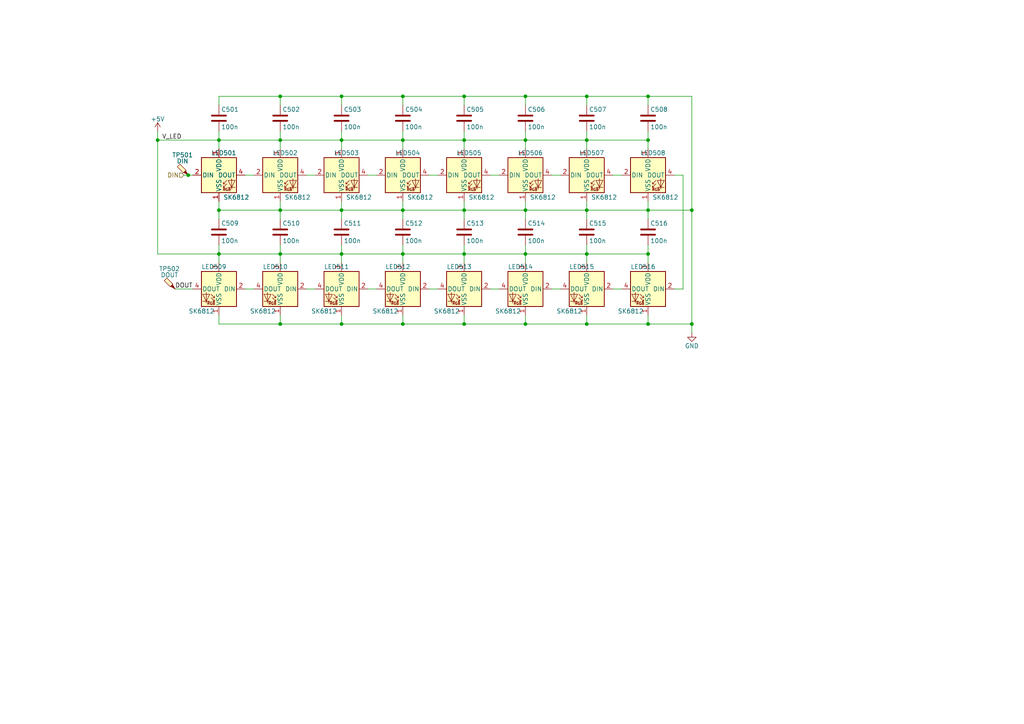
<source format=kicad_sch>
(kicad_sch (version 20211123) (generator eeschema)
  (paper "A4")
  (title_block (rev "2.1"))
  (lib_symbols
    (symbol "Connector:TestPoint_Probe" (pin_numbers hide) (pin_names (offset 0.762) hide)
      (property "Reference" "TP" (at 1.651 5.842 0))
      (property "Value" "TestPoint_Probe" (at 1.651 4.064 0))
      (symbol "TestPoint_Probe_0_1"
        (polyline (pts (xy 1.27 0.762) (xy 0 0) (xy 0.762 1.27) (xy 1.27 0.762)) (fill (type outline)))
        (polyline (pts (xy 1.397 0.635) (xy 0.635 1.397) (xy 2.413 3.175) (xy 3.175 2.413) (xy 1.397 0.635)) (fill (type background)))
      )
      (symbol "TestPoint_Probe_1_1"
        (pin passive line (at 0 0 90) (length 0) (name "1") (number "1"))
      )
    )
    (symbol "Device:C" (pin_numbers hide) (pin_names (offset 0.254))
      (property "Reference" "C" (at 0.635 2.54 0))
      (property "Value" "C" (at 0.635 -2.54 0))
      (symbol "C_0_1"
        (polyline (pts (xy -2.032 -0.762) (xy 2.032 -0.762)) (stroke (width 0.508)))
        (polyline (pts (xy -2.032 0.762) (xy 2.032 0.762)) (stroke (width 0.508)))
      )
      (symbol "C_1_1"
        (pin passive line (at 0 3.81 270) (length 2.794) (name "~") (number "1"))
        (pin passive line (at 0 -3.81 90) (length 2.794) (name "~") (number "2"))
      )
    )
    (symbol "LED:SK6812" (pin_names (offset 0.254))
      (property "Reference" "D" (at 5.08 5.715 0))
      (property "Value" "SK6812" (at 1.27 -5.715 0))
      (symbol "SK6812_0_0"
        (text "RGB" (at 2.286 -4.191 0) (effects (font (size 0.762 0.762))))
      )
      (symbol "SK6812_0_1"
        (polyline (pts (xy 1.27 -3.556) (xy 1.778 -3.556)))
        (polyline (pts (xy 1.27 -2.54) (xy 1.778 -2.54)))
        (polyline (pts (xy 4.699 -3.556) (xy 2.667 -3.556)))
        (polyline (pts (xy 2.286 -2.54) (xy 1.27 -3.556) (xy 1.27 -3.048)))
        (polyline (pts (xy 2.286 -1.524) (xy 1.27 -2.54) (xy 1.27 -2.032)))
        (polyline (pts (xy 3.683 -1.016) (xy 3.683 -3.556) (xy 3.683 -4.064)))
        (polyline (pts (xy 4.699 -1.524) (xy 2.667 -1.524) (xy 3.683 -3.556) (xy 4.699 -1.524)))
        (rectangle (start 5.08 5.08) (end -5.08 -5.08) (stroke (width 0.254)) (fill (type background)))
      )
      (symbol "SK6812_1_1"
        (pin power_in line (at 0 -7.62 90) (length 2.54) (name "VSS") (number "1"))
        (pin input line (at -7.62 0 0) (length 2.54) (name "DIN") (number "2"))
        (pin power_in line (at 0 7.62 270) (length 2.54) (name "VDD") (number "3"))
        (pin output line (at 7.62 0 180) (length 2.54) (name "DOUT") (number "4"))
      )
    )
    (symbol "power:+5V" (power) (pin_names (offset 0))
      (property "Value" "+5V" (at 0 3.556 0))
      (symbol "+5V_0_1"
        (polyline (pts (xy -0.762 1.27) (xy 0 2.54)))
        (polyline (pts (xy 0 0) (xy 0 2.54)))
        (polyline (pts (xy 0 2.54) (xy 0.762 1.27)))
      )
      (symbol "+5V_1_1"
        (pin power_in line (at 0 0 90) (length 0) hide (name "+5V") (number "1"))
      )
    )
    (symbol "power:GND" (power) (pin_names (offset 0))
      (property "Value" "GND" (at 0 -3.81 0))
      (symbol "GND_0_1"
        (polyline (pts (xy 0 0) (xy 0 -1.27) (xy 1.27 -1.27) (xy 0 -2.54) (xy -1.27 -1.27) (xy 0 -1.27)))
      )
      (symbol "GND_1_1"
        (pin power_in line (at 0 0 270) (length 0) hide (name "GND") (number "1"))
      )
    )
  )
  (junction (at 116.84 73.66))
  (junction (at 152.4 40.64))
  (junction (at 170.18 40.64))
  (junction (at 152.4 93.98))
  (junction (at 152.4 73.66))
  (junction (at 81.28 40.64))
  (junction (at 99.06 40.64))
  (junction (at 170.18 73.66))
  (junction (at 170.18 93.98))
  (junction (at 81.28 93.98))
  (junction (at 134.62 27.94))
  (junction (at 116.84 60.96))
  (junction (at 99.06 93.98))
  (junction (at 99.06 60.96))
  (junction (at 99.06 73.66))
  (junction (at 63.5 40.64))
  (junction (at 134.62 93.98))
  (junction (at 81.28 60.96))
  (junction (at 81.28 27.94))
  (junction (at 81.28 73.66))
  (junction (at 187.96 60.96))
  (junction (at 63.5 60.96))
  (junction (at 200.66 93.98))
  (junction (at 187.96 27.94))
  (junction (at 54.61 50.8))
  (junction (at 45.72 40.64))
  (junction (at 152.4 27.94))
  (junction (at 116.84 40.64))
  (junction (at 152.4 60.96))
  (junction (at 187.96 73.66))
  (junction (at 134.62 73.66))
  (junction (at 187.96 93.98))
  (junction (at 187.96 40.64))
  (junction (at 134.62 60.96))
  (junction (at 200.66 60.96))
  (junction (at 116.84 27.94))
  (junction (at 134.62 40.64))
  (junction (at 99.06 27.94))
  (junction (at 170.18 27.94))
  (junction (at 116.84 93.98))
  (junction (at 63.5 73.66))
  (junction (at 170.18 60.96))
  (wire (pts (xy 81.28 38.1) (xy 81.28 40.64)))
  (wire (pts (xy 134.62 40.64) (xy 152.4 40.64)))
  (wire (pts (xy 170.18 71.12) (xy 170.18 73.66)))
  (wire (pts (xy 134.62 91.44) (xy 134.62 93.98)))
  (wire (pts (xy 152.4 73.66) (xy 134.62 73.66)))
  (wire (pts (xy 187.96 93.98) (xy 170.18 93.98)))
  (wire (pts (xy 134.62 58.42) (xy 134.62 60.96)))
  (wire (pts (xy 187.96 40.64) (xy 187.96 43.18)))
  (wire (pts (xy 63.5 27.94) (xy 81.28 27.94)))
  (wire (pts (xy 152.4 38.1) (xy 152.4 40.64)))
  (wire (pts (xy 45.72 40.64) (xy 63.5 40.64)))
  (wire (pts (xy 134.62 71.12) (xy 134.62 73.66)))
  (wire (pts (xy 187.96 58.42) (xy 187.96 60.96)))
  (wire (pts (xy 91.44 83.82) (xy 88.9 83.82)))
  (wire (pts (xy 88.9 50.8) (xy 91.44 50.8)))
  (wire (pts (xy 170.18 93.98) (xy 152.4 93.98)))
  (wire (pts (xy 81.28 73.66) (xy 81.28 76.2)))
  (wire (pts (xy 170.18 73.66) (xy 170.18 76.2)))
  (wire (pts (xy 170.18 38.1) (xy 170.18 40.64)))
  (wire (pts (xy 81.28 27.94) (xy 99.06 27.94)))
  (wire (pts (xy 116.84 93.98) (xy 134.62 93.98)))
  (wire (pts (xy 116.84 93.98) (xy 99.06 93.98)))
  (wire (pts (xy 81.28 93.98) (xy 63.5 93.98)))
  (wire (pts (xy 116.84 27.94) (xy 134.62 27.94)))
  (wire (pts (xy 187.96 71.12) (xy 187.96 73.66)))
  (wire (pts (xy 162.56 83.82) (xy 160.02 83.82)))
  (wire (pts (xy 134.62 40.64) (xy 134.62 43.18)))
  (wire (pts (xy 116.84 73.66) (xy 99.06 73.66)))
  (wire (pts (xy 187.96 91.44) (xy 187.96 93.98)))
  (wire (pts (xy 152.4 91.44) (xy 152.4 93.98)))
  (wire (pts (xy 200.66 27.94) (xy 200.66 60.96)))
  (wire (pts (xy 134.62 30.48) (xy 134.62 27.94)))
  (wire (pts (xy 187.96 27.94) (xy 200.66 27.94)))
  (wire (pts (xy 99.06 40.64) (xy 116.84 40.64)))
  (wire (pts (xy 116.84 40.64) (xy 134.62 40.64)))
  (wire (pts (xy 124.46 50.8) (xy 127 50.8)))
  (wire (pts (xy 99.06 58.42) (xy 99.06 60.96)))
  (wire (pts (xy 170.18 91.44) (xy 170.18 93.98)))
  (wire (pts (xy 81.28 91.44) (xy 81.28 93.98)))
  (wire (pts (xy 81.28 73.66) (xy 63.5 73.66)))
  (wire (pts (xy 180.34 83.82) (xy 177.8 83.82)))
  (wire (pts (xy 152.4 27.94) (xy 152.4 30.48)))
  (wire (pts (xy 170.18 27.94) (xy 187.96 27.94)))
  (wire (pts (xy 81.28 40.64) (xy 99.06 40.64)))
  (wire (pts (xy 177.8 50.8) (xy 180.34 50.8)))
  (wire (pts (xy 200.66 60.96) (xy 200.66 93.98)))
  (wire (pts (xy 99.06 27.94) (xy 99.06 30.48)))
  (wire (pts (xy 63.5 73.66) (xy 45.72 73.66)))
  (wire (pts (xy 134.62 60.96) (xy 152.4 60.96)))
  (wire (pts (xy 198.12 50.8) (xy 198.12 83.82)))
  (wire (pts (xy 116.84 73.66) (xy 134.62 73.66)))
  (wire (pts (xy 50.8 83.82) (xy 55.88 83.82)))
  (wire (pts (xy 134.62 38.1) (xy 134.62 40.64)))
  (wire (pts (xy 99.06 93.98) (xy 81.28 93.98)))
  (wire (pts (xy 63.5 38.1) (xy 63.5 40.64)))
  (wire (pts (xy 152.4 71.12) (xy 152.4 73.66)))
  (wire (pts (xy 187.96 60.96) (xy 187.96 63.5)))
  (wire (pts (xy 63.5 71.12) (xy 63.5 73.66)))
  (wire (pts (xy 71.12 50.8) (xy 73.66 50.8)))
  (wire (pts (xy 73.66 83.82) (xy 71.12 83.82)))
  (wire (pts (xy 187.96 73.66) (xy 187.96 76.2)))
  (wire (pts (xy 170.18 27.94) (xy 170.18 30.48)))
  (wire (pts (xy 170.18 40.64) (xy 170.18 43.18)))
  (wire (pts (xy 200.66 93.98) (xy 200.66 96.52)))
  (wire (pts (xy 106.68 50.8) (xy 109.22 50.8)))
  (wire (pts (xy 116.84 60.96) (xy 116.84 58.42)))
  (wire (pts (xy 81.28 27.94) (xy 81.28 30.48)))
  (wire (pts (xy 116.84 60.96) (xy 134.62 60.96)))
  (wire (pts (xy 152.4 40.64) (xy 152.4 43.18)))
  (wire (pts (xy 63.5 30.48) (xy 63.5 27.94)))
  (wire (pts (xy 134.62 27.94) (xy 152.4 27.94)))
  (wire (pts (xy 45.72 73.66) (xy 45.72 40.64)))
  (wire (pts (xy 198.12 50.8) (xy 195.58 50.8)))
  (wire (pts (xy 116.84 27.94) (xy 116.84 30.48)))
  (wire (pts (xy 187.96 38.1) (xy 187.96 40.64)))
  (wire (pts (xy 81.28 40.64) (xy 81.28 43.18)))
  (wire (pts (xy 170.18 73.66) (xy 152.4 73.66)))
  (wire (pts (xy 99.06 38.1) (xy 99.06 40.64)))
  (wire (pts (xy 116.84 38.1) (xy 116.84 40.64)))
  (wire (pts (xy 170.18 60.96) (xy 187.96 60.96)))
  (wire (pts (xy 63.5 60.96) (xy 63.5 63.5)))
  (wire (pts (xy 81.28 60.96) (xy 81.28 63.5)))
  (wire (pts (xy 116.84 60.96) (xy 116.84 63.5)))
  (wire (pts (xy 160.02 50.8) (xy 162.56 50.8)))
  (wire (pts (xy 99.06 73.66) (xy 81.28 73.66)))
  (wire (pts (xy 81.28 60.96) (xy 99.06 60.96)))
  (wire (pts (xy 99.06 27.94) (xy 116.84 27.94)))
  (wire (pts (xy 45.72 38.1) (xy 45.72 40.64)))
  (wire (pts (xy 187.96 60.96) (xy 200.66 60.96)))
  (wire (pts (xy 170.18 40.64) (xy 187.96 40.64)))
  (wire (pts (xy 187.96 73.66) (xy 170.18 73.66)))
  (wire (pts (xy 152.4 93.98) (xy 134.62 93.98)))
  (wire (pts (xy 152.4 60.96) (xy 152.4 63.5)))
  (wire (pts (xy 116.84 91.44) (xy 116.84 93.98)))
  (wire (pts (xy 109.22 83.82) (xy 106.68 83.82)))
  (wire (pts (xy 81.28 58.42) (xy 81.28 60.96)))
  (wire (pts (xy 81.28 71.12) (xy 81.28 73.66)))
  (wire (pts (xy 127 83.82) (xy 124.46 83.82)))
  (wire (pts (xy 134.62 73.66) (xy 134.62 76.2)))
  (wire (pts (xy 63.5 60.96) (xy 81.28 60.96)))
  (wire (pts (xy 152.4 58.42) (xy 152.4 60.96)))
  (wire (pts (xy 152.4 73.66) (xy 152.4 76.2)))
  (wire (pts (xy 99.06 71.12) (xy 99.06 73.66)))
  (wire (pts (xy 63.5 91.44) (xy 63.5 93.98)))
  (wire (pts (xy 116.84 73.66) (xy 116.84 76.2)))
  (wire (pts (xy 116.84 71.12) (xy 116.84 73.66)))
  (wire (pts (xy 152.4 40.64) (xy 170.18 40.64)))
  (wire (pts (xy 152.4 60.96) (xy 170.18 60.96)))
  (wire (pts (xy 99.06 40.64) (xy 99.06 43.18)))
  (wire (pts (xy 63.5 58.42) (xy 63.5 60.96)))
  (wire (pts (xy 144.78 83.82) (xy 142.24 83.82)))
  (wire (pts (xy 200.66 93.98) (xy 187.96 93.98)))
  (wire (pts (xy 63.5 40.64) (xy 81.28 40.64)))
  (wire (pts (xy 54.61 50.8) (xy 55.88 50.8)))
  (wire (pts (xy 99.06 91.44) (xy 99.06 93.98)))
  (wire (pts (xy 63.5 40.64) (xy 63.5 43.18)))
  (wire (pts (xy 170.18 58.42) (xy 170.18 60.96)))
  (wire (pts (xy 198.12 83.82) (xy 195.58 83.82)))
  (wire (pts (xy 53.34 50.8) (xy 54.61 50.8)))
  (wire (pts (xy 152.4 27.94) (xy 170.18 27.94)))
  (wire (pts (xy 116.84 40.64) (xy 116.84 43.18)))
  (wire (pts (xy 142.24 50.8) (xy 144.78 50.8)))
  (wire (pts (xy 134.62 60.96) (xy 134.62 63.5)))
  (wire (pts (xy 170.18 60.96) (xy 170.18 63.5)))
  (wire (pts (xy 99.06 73.66) (xy 99.06 76.2)))
  (wire (pts (xy 187.96 27.94) (xy 187.96 30.48)))
  (wire (pts (xy 99.06 60.96) (xy 99.06 63.5)))
  (wire (pts (xy 99.06 60.96) (xy 116.84 60.96)))
  (wire (pts (xy 63.5 73.66) (xy 63.5 76.2)))
  (label "V_LED" (at 46.99 40.64 0))
  (label "DOUT" (at 50.8 83.82 0))
  (hierarchical_label "DIN" (shape input) (at 53.34 50.8 180))
  (symbol (lib_id "LED:SK6812") (at 63.5 83.82 0) (mirror y) (unit 1)
    (property "Reference" "LED509" (at 58.42 78.105 0) (effects (justify right bottom)))
    (property "Value" "SK6812" (at 62.23 89.535 0) (effects (justify left top)))
    (property "Footprint" "LED_SMD:LED_SK6812_PLCC4_5.0x5.0mm_P3.2mm" (effects hide))
    (property "Datasheet" "https://cdn-shop.adafruit.com/product-files/1138/SK6812+LED+datasheet+.pdf" (effects hide))
  )
  (symbol (lib_id "LED:SK6812") (at 63.5 50.8 0) (unit 1)
    (property "Reference" "LED501" (at 68.58 45.085 0) (effects (justify right bottom)))
    (property "Value" "SK6812" (at 64.77 56.515 0) (effects (justify left top)))
    (property "Footprint" "LED_SMD:LED_SK6812_PLCC4_5.0x5.0mm_P3.2mm" (effects hide))
    (property "Datasheet" "https://cdn-shop.adafruit.com/product-files/1138/SK6812+LED+datasheet+.pdf" (effects hide))
  )
  (symbol (lib_id "LED:SK6812") (at 187.96 83.82 0) (mirror y) (unit 1)
    (property "Reference" "LED516" (at 182.88 78.105 0) (effects (justify right bottom)))
    (property "Value" "SK6812" (at 186.69 89.535 0) (effects (justify left top)))
    (property "Footprint" "LED_SMD:LED_SK6812_PLCC4_5.0x5.0mm_P3.2mm" (effects hide))
    (property "Datasheet" "https://cdn-shop.adafruit.com/product-files/1138/SK6812+LED+datasheet+.pdf" (effects hide))
  )
  (symbol (lib_id "LED:SK6812") (at 81.28 50.8 0) (unit 1)
    (property "Reference" "LED502" (at 86.36 45.085 0) (effects (justify right bottom)))
    (property "Value" "SK6812" (at 82.55 56.515 0) (effects (justify left top)))
    (property "Footprint" "LED_SMD:LED_SK6812_PLCC4_5.0x5.0mm_P3.2mm" (effects hide))
    (property "Datasheet" "https://cdn-shop.adafruit.com/product-files/1138/SK6812+LED+datasheet+.pdf" (effects hide))
  )
  (symbol (lib_id "Device:C") (at 63.5 67.31 0) (unit 1)
    (property "Reference" "C509" (at 64.135 64.77 0) (effects (justify left)))
    (property "Value" "100n" (at 64.135 69.85 0) (effects (justify left)))
    (property "Footprint" "Capacitor_SMD:C_0402_1005Metric" (effects hide))
  )
  (symbol (lib_id "Device:C") (at 134.62 67.31 0) (unit 1)
    (property "Reference" "C513" (at 135.255 64.77 0) (effects (justify left)))
    (property "Value" "100n" (at 135.255 69.85 0) (effects (justify left)))
    (property "Footprint" "Capacitor_SMD:C_0402_1005Metric" (effects hide))
  )
  (symbol (lib_id "Device:C") (at 134.62 34.29 0) (unit 1)
    (property "Reference" "C505" (at 135.255 31.75 0) (effects (justify left)))
    (property "Value" "100n" (at 135.255 36.83 0) (effects (justify left)))
    (property "Footprint" "Capacitor_SMD:C_0402_1005Metric" (effects hide))
  )
  (symbol (lib_id "Connector:TestPoint_Probe") (at 50.8 83.82 0) (mirror y) (unit 1)
    (property "Reference" "TP502" (at 49.149 77.978 0))
    (property "Value" "DOUT" (at 49.149 79.756 0))
    (property "Footprint" "TestPoint:TestPoint_Pad_D1.0mm" (effects hide))
  )
  (symbol (lib_id "LED:SK6812") (at 152.4 50.8 0) (unit 1)
    (property "Reference" "LED506" (at 157.48 45.085 0) (effects (justify right bottom)))
    (property "Value" "SK6812" (at 153.67 56.515 0) (effects (justify left top)))
    (property "Footprint" "LED_SMD:LED_SK6812_PLCC4_5.0x5.0mm_P3.2mm" (effects hide))
    (property "Datasheet" "https://cdn-shop.adafruit.com/product-files/1138/SK6812+LED+datasheet+.pdf" (effects hide))
  )
  (symbol (lib_id "power:+5V") (at 45.72 38.1 0) (unit 1)
    (property "Reference" "#PWR0501" (effects hide))
    (property "Value" "+5V" (at 45.72 34.544 0))
  )
  (symbol (lib_id "LED:SK6812") (at 170.18 50.8 0) (unit 1)
    (property "Reference" "LED507" (at 175.26 45.085 0) (effects (justify right bottom)))
    (property "Value" "SK6812" (at 171.45 56.515 0) (effects (justify left top)))
    (property "Footprint" "LED_SMD:LED_SK6812_PLCC4_5.0x5.0mm_P3.2mm" (effects hide))
    (property "Datasheet" "https://cdn-shop.adafruit.com/product-files/1138/SK6812+LED+datasheet+.pdf" (effects hide))
  )
  (symbol (lib_id "Device:C") (at 170.18 34.29 0) (unit 1)
    (property "Reference" "C507" (at 170.815 31.75 0) (effects (justify left)))
    (property "Value" "100n" (at 170.815 36.83 0) (effects (justify left)))
    (property "Footprint" "Capacitor_SMD:C_0402_1005Metric" (effects hide))
  )
  (symbol (lib_id "LED:SK6812") (at 187.96 50.8 0) (unit 1)
    (property "Reference" "LED508" (at 193.04 45.085 0) (effects (justify right bottom)))
    (property "Value" "SK6812" (at 189.23 56.515 0) (effects (justify left top)))
    (property "Footprint" "LED_SMD:LED_SK6812_PLCC4_5.0x5.0mm_P3.2mm" (effects hide))
    (property "Datasheet" "https://cdn-shop.adafruit.com/product-files/1138/SK6812+LED+datasheet+.pdf" (effects hide))
  )
  (symbol (lib_id "LED:SK6812") (at 116.84 50.8 0) (unit 1)
    (property "Reference" "LED504" (at 121.92 45.085 0) (effects (justify right bottom)))
    (property "Value" "SK6812" (at 118.11 56.515 0) (effects (justify left top)))
    (property "Footprint" "LED_SMD:LED_SK6812_PLCC4_5.0x5.0mm_P3.2mm" (effects hide))
    (property "Datasheet" "https://cdn-shop.adafruit.com/product-files/1138/SK6812+LED+datasheet+.pdf" (effects hide))
  )
  (symbol (lib_id "Device:C") (at 152.4 67.31 0) (unit 1)
    (property "Reference" "C514" (at 153.035 64.77 0) (effects (justify left)))
    (property "Value" "100n" (at 153.035 69.85 0) (effects (justify left)))
    (property "Footprint" "Capacitor_SMD:C_0402_1005Metric" (effects hide))
  )
  (symbol (lib_id "Device:C") (at 187.96 67.31 0) (unit 1)
    (property "Reference" "C516" (at 188.595 64.77 0) (effects (justify left)))
    (property "Value" "100n" (at 188.595 69.85 0) (effects (justify left)))
    (property "Footprint" "Capacitor_SMD:C_0402_1005Metric" (effects hide))
  )
  (symbol (lib_id "LED:SK6812") (at 170.18 83.82 0) (mirror y) (unit 1)
    (property "Reference" "LED515" (at 165.1 78.105 0) (effects (justify right bottom)))
    (property "Value" "SK6812" (at 168.91 89.535 0) (effects (justify left top)))
    (property "Footprint" "LED_SMD:LED_SK6812_PLCC4_5.0x5.0mm_P3.2mm" (effects hide))
    (property "Datasheet" "https://cdn-shop.adafruit.com/product-files/1138/SK6812+LED+datasheet+.pdf" (effects hide))
  )
  (symbol (lib_id "Device:C") (at 99.06 67.31 0) (unit 1)
    (property "Reference" "C511" (at 99.695 64.77 0) (effects (justify left)))
    (property "Value" "100n" (at 99.695 69.85 0) (effects (justify left)))
    (property "Footprint" "Capacitor_SMD:C_0402_1005Metric" (effects hide))
  )
  (symbol (lib_id "LED:SK6812") (at 81.28 83.82 0) (mirror y) (unit 1)
    (property "Reference" "LED510" (at 76.2 78.105 0) (effects (justify right bottom)))
    (property "Value" "SK6812" (at 80.01 89.535 0) (effects (justify left top)))
    (property "Footprint" "LED_SMD:LED_SK6812_PLCC4_5.0x5.0mm_P3.2mm" (effects hide))
    (property "Datasheet" "https://cdn-shop.adafruit.com/product-files/1138/SK6812+LED+datasheet+.pdf" (effects hide))
  )
  (symbol (lib_id "Device:C") (at 116.84 67.31 0) (unit 1)
    (property "Reference" "C512" (at 117.475 64.77 0) (effects (justify left)))
    (property "Value" "100n" (at 117.475 69.85 0) (effects (justify left)))
    (property "Footprint" "Capacitor_SMD:C_0402_1005Metric" (effects hide))
  )
  (symbol (lib_id "Device:C") (at 63.5 34.29 0) (unit 1)
    (property "Reference" "C501" (at 64.135 31.75 0) (effects (justify left)))
    (property "Value" "100n" (at 64.135 36.83 0) (effects (justify left)))
    (property "Footprint" "Capacitor_SMD:C_0402_1005Metric" (effects hide))
  )
  (symbol (lib_id "LED:SK6812") (at 99.06 50.8 0) (unit 1)
    (property "Reference" "LED503" (at 104.14 45.085 0) (effects (justify right bottom)))
    (property "Value" "SK6812" (at 100.33 56.515 0) (effects (justify left top)))
    (property "Footprint" "LED_SMD:LED_SK6812_PLCC4_5.0x5.0mm_P3.2mm" (effects hide))
    (property "Datasheet" "https://cdn-shop.adafruit.com/product-files/1138/SK6812+LED+datasheet+.pdf" (effects hide))
  )
  (symbol (lib_id "Device:C") (at 187.96 34.29 0) (unit 1)
    (property "Reference" "C508" (at 188.595 31.75 0) (effects (justify left)))
    (property "Value" "100n" (at 188.595 36.83 0) (effects (justify left)))
    (property "Footprint" "Capacitor_SMD:C_0402_1005Metric" (effects hide))
  )
  (symbol (lib_id "Device:C") (at 170.18 67.31 0) (unit 1)
    (property "Reference" "C515" (at 170.815 64.77 0) (effects (justify left)))
    (property "Value" "100n" (at 170.815 69.85 0) (effects (justify left)))
    (property "Footprint" "Capacitor_SMD:C_0402_1005Metric" (effects hide))
  )
  (symbol (lib_id "Device:C") (at 81.28 34.29 0) (unit 1)
    (property "Reference" "C502" (at 81.915 31.75 0) (effects (justify left)))
    (property "Value" "100n" (at 81.915 36.83 0) (effects (justify left)))
    (property "Footprint" "Capacitor_SMD:C_0402_1005Metric" (effects hide))
  )
  (symbol (lib_id "LED:SK6812") (at 99.06 83.82 0) (mirror y) (unit 1)
    (property "Reference" "LED511" (at 93.98 78.105 0) (effects (justify right bottom)))
    (property "Value" "SK6812" (at 97.79 89.535 0) (effects (justify left top)))
    (property "Footprint" "LED_SMD:LED_SK6812_PLCC4_5.0x5.0mm_P3.2mm" (effects hide))
    (property "Datasheet" "https://cdn-shop.adafruit.com/product-files/1138/SK6812+LED+datasheet+.pdf" (effects hide))
  )
  (symbol (lib_id "power:GND") (at 200.66 96.52 0) (unit 1)
    (property "Reference" "#PWR0503" (effects hide))
    (property "Value" "GND" (at 200.66 100.33 0))
  )
  (symbol (lib_id "LED:SK6812") (at 134.62 50.8 0) (unit 1)
    (property "Reference" "LED505" (at 139.7 45.085 0) (effects (justify right bottom)))
    (property "Value" "SK6812" (at 135.89 56.515 0) (effects (justify left top)))
    (property "Footprint" "LED_SMD:LED_SK6812_PLCC4_5.0x5.0mm_P3.2mm" (effects hide))
    (property "Datasheet" "https://cdn-shop.adafruit.com/product-files/1138/SK6812+LED+datasheet+.pdf" (effects hide))
  )
  (symbol (lib_id "LED:SK6812") (at 116.84 83.82 0) (mirror y) (unit 1)
    (property "Reference" "LED512" (at 111.76 78.105 0) (effects (justify right bottom)))
    (property "Value" "SK6812" (at 115.57 89.535 0) (effects (justify left top)))
    (property "Footprint" "LED_SMD:LED_SK6812_PLCC4_5.0x5.0mm_P3.2mm" (effects hide))
    (property "Datasheet" "https://cdn-shop.adafruit.com/product-files/1138/SK6812+LED+datasheet+.pdf" (effects hide))
  )
  (symbol (lib_id "Device:C") (at 81.28 67.31 0) (unit 1)
    (property "Reference" "C510" (at 81.915 64.77 0) (effects (justify left)))
    (property "Value" "100n" (at 81.915 69.85 0) (effects (justify left)))
    (property "Footprint" "Capacitor_SMD:C_0402_1005Metric" (effects hide))
  )
  (symbol (lib_id "Device:C") (at 152.4 34.29 0) (unit 1)
    (property "Reference" "C506" (at 153.035 31.75 0) (effects (justify left)))
    (property "Value" "100n" (at 153.035 36.83 0) (effects (justify left)))
    (property "Footprint" "Capacitor_SMD:C_0402_1005Metric" (effects hide))
  )
  (symbol (lib_id "LED:SK6812") (at 134.62 83.82 0) (mirror y) (unit 1)
    (property "Reference" "LED513" (at 129.54 78.105 0) (effects (justify right bottom)))
    (property "Value" "SK6812" (at 133.35 89.535 0) (effects (justify left top)))
    (property "Footprint" "LED_SMD:LED_SK6812_PLCC4_5.0x5.0mm_P3.2mm" (effects hide))
    (property "Datasheet" "https://cdn-shop.adafruit.com/product-files/1138/SK6812+LED+datasheet+.pdf" (effects hide))
  )
  (symbol (lib_id "Device:C") (at 116.84 34.29 0) (unit 1)
    (property "Reference" "C504" (at 117.475 31.75 0) (effects (justify left)))
    (property "Value" "100n" (at 117.475 36.83 0) (effects (justify left)))
    (property "Footprint" "Capacitor_SMD:C_0402_1005Metric" (effects hide))
  )
  (symbol (lib_id "Connector:TestPoint_Probe") (at 54.61 50.8 0) (mirror y) (unit 1)
    (property "Reference" "TP501" (at 52.959 44.958 0))
    (property "Value" "DIN" (at 52.959 46.736 0))
    (property "Footprint" "TestPoint:TestPoint_Pad_D1.0mm" (effects hide))
  )
  (symbol (lib_id "Device:C") (at 99.06 34.29 0) (unit 1)
    (property "Reference" "C503" (at 99.695 31.75 0) (effects (justify left)))
    (property "Value" "100n" (at 99.695 36.83 0) (effects (justify left)))
    (property "Footprint" "Capacitor_SMD:C_0402_1005Metric" (effects hide))
  )
  (symbol (lib_id "LED:SK6812") (at 152.4 83.82 0) (mirror y) (unit 1)
    (property "Reference" "LED514" (at 147.32 78.105 0) (effects (justify right bottom)))
    (property "Value" "SK6812" (at 151.13 89.535 0) (effects (justify left top)))
    (property "Footprint" "LED_SMD:LED_SK6812_PLCC4_5.0x5.0mm_P3.2mm" (effects hide))
    (property "Datasheet" "https://cdn-shop.adafruit.com/product-files/1138/SK6812+LED+datasheet+.pdf" (effects hide))
  )
)
</source>
